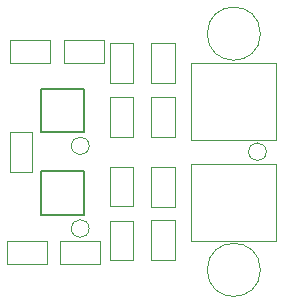
<source format=gbr>
%TF.GenerationSoftware,KiCad,Pcbnew,(5.1.10)-1*%
%TF.CreationDate,2021-10-14T08:55:52-04:00*%
%TF.ProjectId,TP_Final,54505f46-696e-4616-9c2e-6b696361645f,rev?*%
%TF.SameCoordinates,Original*%
%TF.FileFunction,Other,User*%
%FSLAX46Y46*%
G04 Gerber Fmt 4.6, Leading zero omitted, Abs format (unit mm)*
G04 Created by KiCad (PCBNEW (5.1.10)-1) date 2021-10-14 08:55:52*
%MOMM*%
%LPD*%
G01*
G04 APERTURE LIST*
%ADD10C,0.050000*%
%ADD11C,0.150000*%
G04 APERTURE END LIST*
D10*
%TO.C,FID2*%
X120250000Y-101750000D02*
G75*
G03*
X120250000Y-101750000I-750000J0D01*
G01*
%TO.C,FID3*%
X120250000Y-108750000D02*
G75*
G03*
X120250000Y-108750000I-750000J0D01*
G01*
%TO.C,FID4*%
X135250000Y-102250000D02*
G75*
G03*
X135250000Y-102250000I-750000J0D01*
G01*
%TO.C,H1*%
X134750000Y-92250000D02*
G75*
G03*
X134750000Y-92250000I-2250000J0D01*
G01*
%TO.C,H2*%
X134750000Y-112250000D02*
G75*
G03*
X134750000Y-112250000I-2250000J0D01*
G01*
%TO.C,J2*%
X128900000Y-101250000D02*
X136100000Y-101250000D01*
X136100000Y-101250000D02*
X136100000Y-94710000D01*
X136100000Y-94710000D02*
X128900000Y-94710000D01*
X128900000Y-94710000D02*
X128900000Y-101250000D01*
%TO.C,J3*%
X128900000Y-103250000D02*
X128900000Y-109790000D01*
X136100000Y-103250000D02*
X128900000Y-103250000D01*
X136100000Y-109790000D02*
X136100000Y-103250000D01*
X128900000Y-109790000D02*
X136100000Y-109790000D01*
D11*
%TO.C,U1*%
X119850000Y-100600000D02*
X119850000Y-96900000D01*
X116150000Y-100600000D02*
X119850000Y-100600000D01*
X116150000Y-96900000D02*
X116150000Y-100600000D01*
X119850000Y-96900000D02*
X116150000Y-96900000D01*
X119850000Y-96900000D02*
X119850000Y-96900000D01*
%TO.C,U2*%
X119850000Y-103900000D02*
X119850000Y-103900000D01*
X119850000Y-103900000D02*
X116150000Y-103900000D01*
X116150000Y-103900000D02*
X116150000Y-107600000D01*
X116150000Y-107600000D02*
X119850000Y-107600000D01*
X119850000Y-107600000D02*
X119850000Y-103900000D01*
D10*
%TO.C,C1*%
X116950000Y-94730000D02*
X113550000Y-94730000D01*
X116950000Y-92770000D02*
X116950000Y-94730000D01*
X113550000Y-92770000D02*
X116950000Y-92770000D01*
X113550000Y-94730000D02*
X113550000Y-92770000D01*
%TO.C,C2*%
X118100000Y-94730000D02*
X118100000Y-92770000D01*
X118100000Y-92770000D02*
X121500000Y-92770000D01*
X121500000Y-92770000D02*
X121500000Y-94730000D01*
X121500000Y-94730000D02*
X118100000Y-94730000D01*
%TO.C,C3*%
X113300000Y-111730000D02*
X113300000Y-109770000D01*
X113300000Y-109770000D02*
X116700000Y-109770000D01*
X116700000Y-109770000D02*
X116700000Y-111730000D01*
X116700000Y-111730000D02*
X113300000Y-111730000D01*
%TO.C,C4*%
X117800000Y-111730000D02*
X117800000Y-109770000D01*
X117800000Y-109770000D02*
X121200000Y-109770000D01*
X121200000Y-109770000D02*
X121200000Y-111730000D01*
X121200000Y-111730000D02*
X117800000Y-111730000D01*
%TO.C,C5*%
X125520000Y-96450000D02*
X125520000Y-93050000D01*
X127480000Y-96450000D02*
X125520000Y-96450000D01*
X127480000Y-93050000D02*
X127480000Y-96450000D01*
X125520000Y-93050000D02*
X127480000Y-93050000D01*
%TO.C,C6*%
X125520000Y-101000000D02*
X125520000Y-97600000D01*
X127480000Y-101000000D02*
X125520000Y-101000000D01*
X127480000Y-97600000D02*
X127480000Y-101000000D01*
X125520000Y-97600000D02*
X127480000Y-97600000D01*
%TO.C,C7*%
X125520000Y-103500000D02*
X127480000Y-103500000D01*
X127480000Y-103500000D02*
X127480000Y-106900000D01*
X127480000Y-106900000D02*
X125520000Y-106900000D01*
X125520000Y-106900000D02*
X125520000Y-103500000D01*
%TO.C,C8*%
X125520000Y-111450000D02*
X125520000Y-108050000D01*
X127480000Y-111450000D02*
X125520000Y-111450000D01*
X127480000Y-108050000D02*
X127480000Y-111450000D01*
X125520000Y-108050000D02*
X127480000Y-108050000D01*
%TO.C,FB1*%
X122050000Y-96430000D02*
X122050000Y-93070000D01*
X123950000Y-96430000D02*
X122050000Y-96430000D01*
X123950000Y-93070000D02*
X123950000Y-96430000D01*
X122050000Y-93070000D02*
X123950000Y-93070000D01*
%TO.C,FB2*%
X122050000Y-100992500D02*
X122050000Y-97632500D01*
X123950000Y-100992500D02*
X122050000Y-100992500D01*
X123950000Y-97632500D02*
X123950000Y-100992500D01*
X122050000Y-97632500D02*
X123950000Y-97632500D01*
%TO.C,FB3*%
X122050000Y-103507500D02*
X123950000Y-103507500D01*
X123950000Y-103507500D02*
X123950000Y-106867500D01*
X123950000Y-106867500D02*
X122050000Y-106867500D01*
X122050000Y-106867500D02*
X122050000Y-103507500D01*
%TO.C,FB4*%
X122050000Y-108070000D02*
X123950000Y-108070000D01*
X123950000Y-108070000D02*
X123950000Y-111430000D01*
X123950000Y-111430000D02*
X122050000Y-111430000D01*
X122050000Y-111430000D02*
X122050000Y-108070000D01*
%TO.C,R1*%
X115450000Y-103930000D02*
X113550000Y-103930000D01*
X113550000Y-103930000D02*
X113550000Y-100570000D01*
X113550000Y-100570000D02*
X115450000Y-100570000D01*
X115450000Y-100570000D02*
X115450000Y-103930000D01*
%TD*%
M02*

</source>
